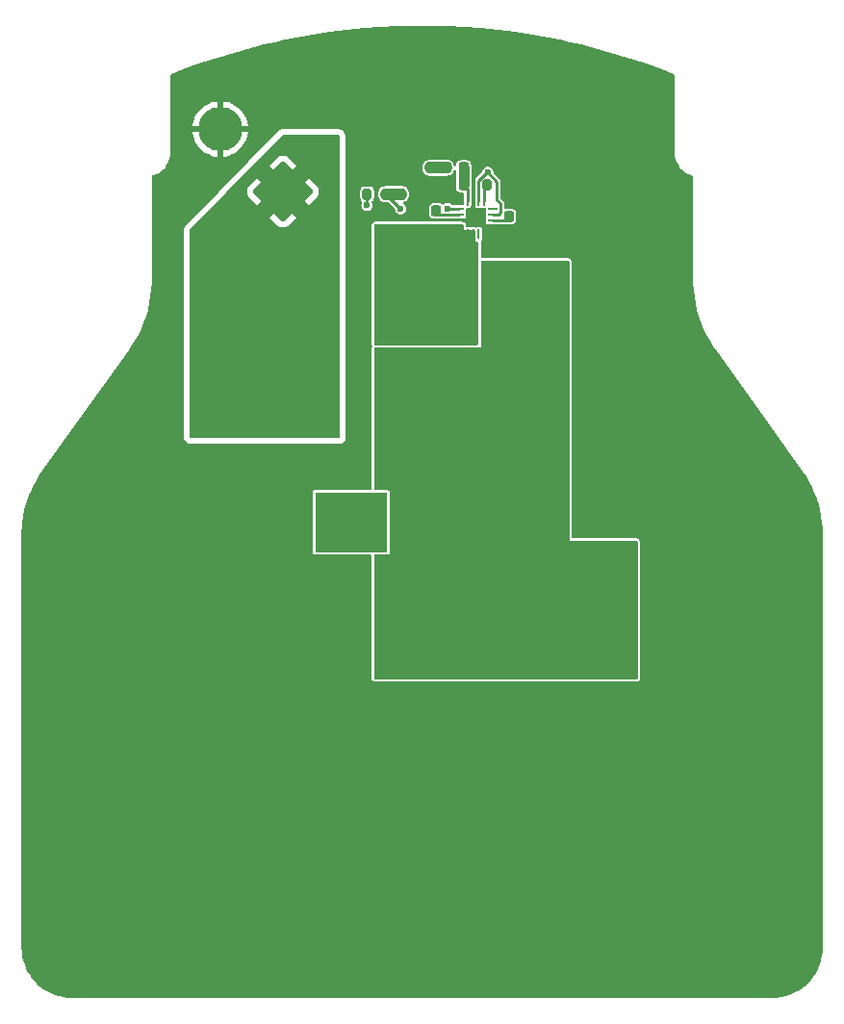
<source format=gtl>
G04 #@! TF.GenerationSoftware,KiCad,Pcbnew,8.0.1*
G04 #@! TF.CreationDate,2024-05-01T12:53:58+08:00*
G04 #@! TF.ProjectId,BatteryPod,42617474-6572-4795-906f-642e6b696361,rev?*
G04 #@! TF.SameCoordinates,Original*
G04 #@! TF.FileFunction,Copper,L1,Top*
G04 #@! TF.FilePolarity,Positive*
%FSLAX46Y46*%
G04 Gerber Fmt 4.6, Leading zero omitted, Abs format (unit mm)*
G04 Created by KiCad (PCBNEW 8.0.1) date 2024-05-01 12:53:58*
%MOMM*%
%LPD*%
G01*
G04 APERTURE LIST*
G04 Aperture macros list*
%AMRoundRect*
0 Rectangle with rounded corners*
0 $1 Rounding radius*
0 $2 $3 $4 $5 $6 $7 $8 $9 X,Y pos of 4 corners*
0 Add a 4 corners polygon primitive as box body*
4,1,4,$2,$3,$4,$5,$6,$7,$8,$9,$2,$3,0*
0 Add four circle primitives for the rounded corners*
1,1,$1+$1,$2,$3*
1,1,$1+$1,$4,$5*
1,1,$1+$1,$6,$7*
1,1,$1+$1,$8,$9*
0 Add four rect primitives between the rounded corners*
20,1,$1+$1,$2,$3,$4,$5,0*
20,1,$1+$1,$4,$5,$6,$7,0*
20,1,$1+$1,$6,$7,$8,$9,0*
20,1,$1+$1,$8,$9,$2,$3,0*%
G04 Aperture macros list end*
G04 #@! TA.AperFunction,SMDPad,CuDef*
%ADD10RoundRect,0.249998X-4.550002X3.650002X-4.550002X-3.650002X4.550002X-3.650002X4.550002X3.650002X0*%
G04 #@! TD*
G04 #@! TA.AperFunction,SMDPad,CuDef*
%ADD11R,0.812800X0.254000*%
G04 #@! TD*
G04 #@! TA.AperFunction,SMDPad,CuDef*
%ADD12R,0.254000X0.812800*%
G04 #@! TD*
G04 #@! TA.AperFunction,SMDPad,CuDef*
%ADD13R,1.752600X1.752600*%
G04 #@! TD*
G04 #@! TA.AperFunction,SMDPad,CuDef*
%ADD14R,5.334000X5.588000*%
G04 #@! TD*
G04 #@! TA.AperFunction,SMDPad,CuDef*
%ADD15R,6.350000X5.283200*%
G04 #@! TD*
G04 #@! TA.AperFunction,SMDPad,CuDef*
%ADD16RoundRect,0.250000X2.192031X1.272792X1.272792X2.192031X-2.192031X-1.272792X-1.272792X-2.192031X0*%
G04 #@! TD*
G04 #@! TA.AperFunction,SMDPad,CuDef*
%ADD17RoundRect,0.250000X-0.650000X-2.450000X0.650000X-2.450000X0.650000X2.450000X-0.650000X2.450000X0*%
G04 #@! TD*
G04 #@! TA.AperFunction,ComponentPad*
%ADD18C,3.900000*%
G04 #@! TD*
G04 #@! TA.AperFunction,ComponentPad*
%ADD19RoundRect,0.250002X2.404160X0.000000X0.000000X2.404160X-2.404160X0.000000X0.000000X-2.404160X0*%
G04 #@! TD*
G04 #@! TA.AperFunction,SMDPad,CuDef*
%ADD20RoundRect,0.200000X-0.200000X-0.275000X0.200000X-0.275000X0.200000X0.275000X-0.200000X0.275000X0*%
G04 #@! TD*
G04 #@! TA.AperFunction,SMDPad,CuDef*
%ADD21RoundRect,0.200000X0.200000X0.275000X-0.200000X0.275000X-0.200000X-0.275000X0.200000X-0.275000X0*%
G04 #@! TD*
G04 #@! TA.AperFunction,SMDPad,CuDef*
%ADD22RoundRect,0.225000X0.225000X0.250000X-0.225000X0.250000X-0.225000X-0.250000X0.225000X-0.250000X0*%
G04 #@! TD*
G04 #@! TA.AperFunction,SMDPad,CuDef*
%ADD23RoundRect,0.225000X-0.225000X-0.250000X0.225000X-0.250000X0.225000X0.250000X-0.225000X0.250000X0*%
G04 #@! TD*
G04 #@! TA.AperFunction,SMDPad,CuDef*
%ADD24RoundRect,0.250000X-1.000000X1.400000X-1.000000X-1.400000X1.000000X-1.400000X1.000000X1.400000X0*%
G04 #@! TD*
G04 #@! TA.AperFunction,ViaPad*
%ADD25C,0.600000*%
G04 #@! TD*
G04 #@! TA.AperFunction,Conductor*
%ADD26C,0.250000*%
G04 #@! TD*
G04 #@! TA.AperFunction,Conductor*
%ADD27C,1.000000*%
G04 #@! TD*
G04 #@! TA.AperFunction,Conductor*
%ADD28C,0.900000*%
G04 #@! TD*
G04 APERTURE END LIST*
D10*
X112200000Y-119450000D03*
X112200000Y-131950000D03*
D11*
X116450000Y-85026989D03*
X116450000Y-84526863D03*
X116450000Y-84026737D03*
X116450000Y-83526611D03*
D12*
X115726989Y-82803600D03*
X115226863Y-82803600D03*
X114726737Y-82803600D03*
X114226611Y-82803600D03*
D11*
X113503600Y-83526611D03*
X113503600Y-84026737D03*
X113503600Y-84526863D03*
X113503600Y-85026989D03*
D12*
X114226611Y-85750000D03*
X114726737Y-85750000D03*
X115226863Y-85750000D03*
X115726989Y-85750000D03*
D13*
X114976800Y-84276800D03*
D14*
X109215001Y-89000000D03*
X98785002Y-89000000D03*
D15*
X104000000Y-111075001D03*
D16*
X93303122Y-85203122D03*
X89696878Y-81596878D03*
D17*
X119400000Y-96100000D03*
X124500000Y-96100000D03*
D18*
X92484567Y-76484567D03*
D19*
X98000000Y-82000000D03*
D20*
X109325000Y-79900000D03*
X110975000Y-79900000D03*
D21*
X117625000Y-81400000D03*
X115975000Y-81400000D03*
D22*
X109950000Y-83675000D03*
X111500000Y-83675000D03*
X113900000Y-79900000D03*
X112350000Y-79900000D03*
X113900000Y-81400000D03*
X112350000Y-81400000D03*
D23*
X122725000Y-92400000D03*
X124275000Y-92400000D03*
D22*
X119425000Y-84200000D03*
X117875000Y-84200000D03*
D20*
X108400000Y-82200000D03*
X110050000Y-82200000D03*
X105400000Y-82200000D03*
X107050000Y-82200000D03*
D24*
X120450000Y-89800000D03*
X113650000Y-89800000D03*
D25*
X114900000Y-79500000D03*
X114900000Y-80400000D03*
X106300000Y-96000000D03*
X105400000Y-83200000D03*
X116000000Y-80300000D03*
X145000000Y-140000000D03*
X145000000Y-141000000D03*
X145000000Y-142000000D03*
X145000000Y-143000000D03*
X145000000Y-144000000D03*
X145000000Y-145000000D03*
X145000000Y-146000000D03*
X145000000Y-147000000D03*
X145000000Y-149000000D03*
X145000000Y-148000000D03*
X131000000Y-152000000D03*
X132000000Y-152000000D03*
X133000000Y-152000000D03*
X134000000Y-152000000D03*
X135000000Y-152000000D03*
X136000000Y-152000000D03*
X137000000Y-152000000D03*
X139000000Y-152000000D03*
X138000000Y-152000000D03*
X140000000Y-152000000D03*
X76000000Y-139000000D03*
X76000000Y-140000000D03*
X91000000Y-152000000D03*
X76000000Y-141000000D03*
X76000000Y-142000000D03*
X76000000Y-143000000D03*
X76000000Y-144000000D03*
X76000000Y-145000000D03*
X76000000Y-146000000D03*
X76000000Y-147000000D03*
X76000000Y-148000000D03*
X90000000Y-152000000D03*
X89000000Y-152000000D03*
X88000000Y-152000000D03*
X87000000Y-152000000D03*
X86000000Y-152000000D03*
X85000000Y-152000000D03*
X83000000Y-152000000D03*
X84000000Y-152000000D03*
X82000000Y-152000000D03*
X132000000Y-75000000D03*
X132000000Y-74000000D03*
X132000000Y-73000000D03*
X132000000Y-72000000D03*
X89000000Y-75000000D03*
X89000000Y-74000000D03*
X89000000Y-73000000D03*
X89000000Y-72000000D03*
X120000000Y-87000000D03*
X119000000Y-87000000D03*
X118000000Y-87000000D03*
X117000000Y-87000000D03*
X116000000Y-87000000D03*
X108350000Y-83500000D03*
X112500000Y-83474737D03*
X115500000Y-84800000D03*
X114450000Y-83750000D03*
X115500000Y-83750000D03*
X114450000Y-84800000D03*
X114976800Y-84276800D03*
D26*
X116000000Y-80300000D02*
X116800000Y-81100000D01*
X116800000Y-81100000D02*
X116800000Y-82700000D01*
X116800000Y-82700000D02*
X117173000Y-83073000D01*
X117173000Y-83827000D02*
X116973263Y-84026737D01*
X115955234Y-80300000D02*
X115226863Y-81028371D01*
X115226863Y-81028371D02*
X115226863Y-82803600D01*
X116000000Y-80300000D02*
X115955234Y-80300000D01*
X117173000Y-83073000D02*
X117173000Y-83827000D01*
X116973263Y-84026737D02*
X116450000Y-84026737D01*
D27*
X110975000Y-79900000D02*
X112350000Y-79900000D01*
D28*
X113900000Y-79900000D02*
X113900000Y-81400000D01*
D26*
X105400000Y-82200000D02*
X105400000Y-83200000D01*
D27*
X108400000Y-82200000D02*
X107050000Y-82200000D01*
D26*
X108350000Y-83500000D02*
X107050000Y-82200000D01*
X111500000Y-83675000D02*
X111500000Y-84026737D01*
X111500000Y-84026737D02*
X113503600Y-84026737D01*
X112500000Y-83474737D02*
X112551874Y-83526611D01*
X112551874Y-83526611D02*
X113503600Y-83526611D01*
X116450000Y-84526863D02*
X117548137Y-84526863D01*
X117548137Y-84526863D02*
X117875000Y-84200000D01*
X115726989Y-82803600D02*
X115726989Y-81648011D01*
X115726989Y-81648011D02*
X115975000Y-81400000D01*
X114226611Y-82803600D02*
X114226611Y-81726611D01*
X114226611Y-81726611D02*
X113900000Y-81400000D01*
G04 #@! TA.AperFunction,Conductor*
G36*
X111020432Y-67396261D02*
G01*
X112504640Y-67433453D01*
X112507698Y-67433569D01*
X113990499Y-67507931D01*
X113993551Y-67508122D01*
X115474045Y-67619609D01*
X115477131Y-67619880D01*
X116954388Y-67768423D01*
X116957404Y-67768764D01*
X118430437Y-67954262D01*
X118433449Y-67954679D01*
X119901474Y-68177036D01*
X119904429Y-68177521D01*
X121366341Y-68436570D01*
X121369392Y-68437150D01*
X122824394Y-68732747D01*
X122827306Y-68733377D01*
X124274463Y-69065336D01*
X124277361Y-69066038D01*
X125715758Y-69434148D01*
X125718707Y-69434942D01*
X127147398Y-69838961D01*
X127150308Y-69839824D01*
X128568369Y-70279487D01*
X128571318Y-70280441D01*
X129977980Y-70755512D01*
X129980827Y-70756514D01*
X131375143Y-71266673D01*
X131377972Y-71267748D01*
X132371011Y-71659563D01*
X132426147Y-71702479D01*
X132449329Y-71768391D01*
X132449500Y-71774909D01*
X132449500Y-78434108D01*
X132449500Y-78500000D01*
X132449500Y-78630081D01*
X132480859Y-78888347D01*
X132526803Y-79074750D01*
X132543121Y-79140955D01*
X132633995Y-79380568D01*
X132635375Y-79384206D01*
X132756278Y-79614569D01*
X132756281Y-79614574D01*
X132756282Y-79614575D01*
X132883927Y-79799500D01*
X132904068Y-79828678D01*
X133076587Y-80023413D01*
X133271322Y-80195932D01*
X133485431Y-80343722D01*
X133715794Y-80464625D01*
X133959050Y-80556880D01*
X134005174Y-80568248D01*
X134065555Y-80603404D01*
X134097344Y-80665623D01*
X134099500Y-80688645D01*
X134099500Y-89825455D01*
X134099521Y-89825797D01*
X134099541Y-90047423D01*
X134132789Y-90637598D01*
X134199180Y-91224964D01*
X134298503Y-91807655D01*
X134298512Y-91807698D01*
X134430452Y-92383871D01*
X134594594Y-92951716D01*
X134594597Y-92951724D01*
X134751397Y-93398299D01*
X134790427Y-93509456D01*
X134946862Y-93885794D01*
X135017316Y-94055286D01*
X135274548Y-94587487D01*
X135274560Y-94587510D01*
X135561305Y-95104372D01*
X135561311Y-95104382D01*
X135876694Y-95604326D01*
X135914981Y-95658073D01*
X136005620Y-95785311D01*
X136005688Y-95785419D01*
X139396191Y-100544020D01*
X143720423Y-106613118D01*
X143720424Y-106613119D01*
X143720423Y-106613119D01*
X143735547Y-106634344D01*
X143737534Y-106637216D01*
X144032452Y-107076805D01*
X144036175Y-107082706D01*
X144304996Y-107536661D01*
X144308381Y-107542763D01*
X144551236Y-108011112D01*
X144554272Y-108017394D01*
X144770402Y-108498665D01*
X144773077Y-108505102D01*
X144961793Y-108997768D01*
X144964097Y-109004329D01*
X145008397Y-109142850D01*
X145124803Y-109506834D01*
X145126741Y-109513537D01*
X145258930Y-110024295D01*
X145260487Y-110031097D01*
X145363728Y-110548443D01*
X145364901Y-110555321D01*
X145438886Y-111077700D01*
X145439669Y-111084634D01*
X145484149Y-111610300D01*
X145484542Y-111617266D01*
X145499451Y-112146997D01*
X145499500Y-112150486D01*
X145499500Y-148447293D01*
X145499382Y-148452702D01*
X145482614Y-148836750D01*
X145481671Y-148847526D01*
X145431849Y-149225957D01*
X145429971Y-149236610D01*
X145347354Y-149609272D01*
X145344554Y-149619721D01*
X145229775Y-149983755D01*
X145226075Y-149993921D01*
X145080002Y-150346572D01*
X145075430Y-150356376D01*
X144899183Y-150694942D01*
X144893775Y-150704310D01*
X144688681Y-151026244D01*
X144682476Y-151035105D01*
X144450110Y-151337930D01*
X144443156Y-151346217D01*
X144185284Y-151627635D01*
X144177635Y-151635284D01*
X143896217Y-151893156D01*
X143887930Y-151900110D01*
X143585105Y-152132476D01*
X143576244Y-152138681D01*
X143254310Y-152343775D01*
X143244942Y-152349183D01*
X142906376Y-152525430D01*
X142896572Y-152530002D01*
X142543921Y-152676075D01*
X142533755Y-152679775D01*
X142169721Y-152794554D01*
X142159272Y-152797354D01*
X141786610Y-152879971D01*
X141775957Y-152881849D01*
X141397526Y-152931671D01*
X141386750Y-152932614D01*
X141002703Y-152949382D01*
X140997294Y-152949500D01*
X79502706Y-152949500D01*
X79497297Y-152949382D01*
X79113249Y-152932614D01*
X79102473Y-152931671D01*
X78724042Y-152881849D01*
X78713389Y-152879971D01*
X78340727Y-152797354D01*
X78330278Y-152794554D01*
X77966244Y-152679775D01*
X77956078Y-152676075D01*
X77603427Y-152530002D01*
X77593623Y-152525430D01*
X77255057Y-152349183D01*
X77245689Y-152343775D01*
X76923755Y-152138681D01*
X76914894Y-152132476D01*
X76612069Y-151900110D01*
X76603782Y-151893156D01*
X76322364Y-151635284D01*
X76314715Y-151627635D01*
X76056843Y-151346217D01*
X76049889Y-151337930D01*
X75817523Y-151035105D01*
X75811318Y-151026244D01*
X75606224Y-150704310D01*
X75600816Y-150694942D01*
X75424569Y-150356376D01*
X75419997Y-150346572D01*
X75273924Y-149993921D01*
X75270224Y-149983755D01*
X75155442Y-149619710D01*
X75152648Y-149609284D01*
X75070025Y-149236597D01*
X75068152Y-149225971D01*
X75018326Y-148847506D01*
X75017386Y-148836771D01*
X75000618Y-148452702D01*
X75000500Y-148447293D01*
X75000500Y-113736353D01*
X100624500Y-113736353D01*
X100636131Y-113794830D01*
X100636132Y-113794831D01*
X100680447Y-113861153D01*
X100746769Y-113905468D01*
X100746770Y-113905469D01*
X100805247Y-113917100D01*
X100805250Y-113917101D01*
X100805252Y-113917101D01*
X105670500Y-113917101D01*
X105737539Y-113936786D01*
X105783294Y-113989590D01*
X105794500Y-114041101D01*
X105794500Y-124776007D01*
X105799197Y-124819686D01*
X105810397Y-124871174D01*
X105812890Y-124881372D01*
X105812891Y-124881375D01*
X105855899Y-124962083D01*
X105855901Y-124962086D01*
X105901660Y-125014895D01*
X105919242Y-125032839D01*
X105919246Y-125032843D01*
X105919247Y-125032844D01*
X105919249Y-125032845D01*
X105999059Y-125077488D01*
X105999063Y-125077490D01*
X106066102Y-125097175D01*
X106124000Y-125105500D01*
X106124004Y-125105500D01*
X129075991Y-125105500D01*
X129076000Y-125105500D01*
X129119684Y-125100803D01*
X129148875Y-125094452D01*
X129171174Y-125089602D01*
X129171190Y-125089598D01*
X129171195Y-125089597D01*
X129181373Y-125087110D01*
X129262085Y-125044100D01*
X129314889Y-124998345D01*
X129332843Y-124980754D01*
X129377490Y-124900937D01*
X129397175Y-124833898D01*
X129405500Y-124776000D01*
X129405500Y-112824000D01*
X129400803Y-112780316D01*
X129396897Y-112762364D01*
X129389602Y-112728825D01*
X129389348Y-112727789D01*
X129387110Y-112718627D01*
X129344100Y-112637915D01*
X129298345Y-112585111D01*
X129298339Y-112585104D01*
X129280757Y-112567160D01*
X129280756Y-112567159D01*
X129280754Y-112567157D01*
X129280752Y-112567156D01*
X129280750Y-112567154D01*
X129200940Y-112522511D01*
X129200935Y-112522509D01*
X129133903Y-112502826D01*
X129133899Y-112502825D01*
X129133898Y-112502825D01*
X129076000Y-112494500D01*
X129075996Y-112494500D01*
X123529500Y-112494500D01*
X123462461Y-112474815D01*
X123416706Y-112422011D01*
X123405500Y-112370500D01*
X123405500Y-88174008D01*
X123405499Y-88173992D01*
X123400803Y-88130316D01*
X123396897Y-88112364D01*
X123389602Y-88078825D01*
X123389348Y-88077789D01*
X123387110Y-88068627D01*
X123344100Y-87987915D01*
X123298345Y-87935111D01*
X123298339Y-87935104D01*
X123280757Y-87917160D01*
X123280756Y-87917159D01*
X123280754Y-87917157D01*
X123280752Y-87917156D01*
X123280750Y-87917154D01*
X123200940Y-87872511D01*
X123200935Y-87872509D01*
X123133903Y-87852826D01*
X123133899Y-87852825D01*
X123133898Y-87852825D01*
X123076000Y-87844500D01*
X115574000Y-87844500D01*
X115542753Y-87847859D01*
X115473995Y-87835454D01*
X115422858Y-87787843D01*
X115405500Y-87724570D01*
X115405500Y-86480908D01*
X115405500Y-86480900D01*
X115401702Y-86445582D01*
X115414106Y-86376825D01*
X115456099Y-86329226D01*
X115498415Y-86300952D01*
X115542730Y-86234631D01*
X115542730Y-86234629D01*
X115542731Y-86234629D01*
X115554362Y-86176152D01*
X115554363Y-86176150D01*
X115554363Y-85323849D01*
X115554362Y-85323847D01*
X115542731Y-85265370D01*
X115542730Y-85265369D01*
X115498415Y-85199047D01*
X115432093Y-85154732D01*
X115432092Y-85154731D01*
X115373615Y-85143100D01*
X115373611Y-85143100D01*
X115080115Y-85143100D01*
X115080110Y-85143100D01*
X115009653Y-85157115D01*
X115009283Y-85155256D01*
X114954784Y-85161116D01*
X114935298Y-85155394D01*
X114873489Y-85143100D01*
X114873485Y-85143100D01*
X114579989Y-85143100D01*
X114579988Y-85143100D01*
X114566832Y-85145717D01*
X114542640Y-85148100D01*
X114410708Y-85148100D01*
X114386516Y-85145717D01*
X114373360Y-85143100D01*
X114373359Y-85143100D01*
X114234500Y-85143100D01*
X114167461Y-85123415D01*
X114121706Y-85070611D01*
X114110500Y-85019100D01*
X114110500Y-84880238D01*
X114110499Y-84880236D01*
X114098868Y-84821759D01*
X114098867Y-84821758D01*
X114054552Y-84755436D01*
X113988232Y-84711122D01*
X113975536Y-84708596D01*
X113967006Y-84706899D01*
X113930668Y-84693503D01*
X113900937Y-84676873D01*
X113869530Y-84667651D01*
X113833903Y-84657189D01*
X113833899Y-84657188D01*
X113833898Y-84657188D01*
X113776000Y-84648863D01*
X113775996Y-84648863D01*
X113103296Y-84648863D01*
X113089153Y-84647993D01*
X113089151Y-84648020D01*
X113088442Y-84647950D01*
X113088113Y-84647930D01*
X113087622Y-84647869D01*
X113063458Y-84645490D01*
X113063447Y-84645489D01*
X113061767Y-84645406D01*
X113043306Y-84644500D01*
X106124000Y-84644500D01*
X106123992Y-84644500D01*
X106080313Y-84649197D01*
X106028825Y-84660397D01*
X106018627Y-84662890D01*
X106018624Y-84662891D01*
X105937916Y-84705899D01*
X105937913Y-84705901D01*
X105885104Y-84751660D01*
X105867160Y-84769242D01*
X105867154Y-84769249D01*
X105822511Y-84849059D01*
X105822509Y-84849064D01*
X105802826Y-84916096D01*
X105802825Y-84916101D01*
X105802825Y-84916102D01*
X105795375Y-84967920D01*
X105794500Y-84974003D01*
X105794500Y-95370507D01*
X105799197Y-95414186D01*
X105810397Y-95465674D01*
X105812890Y-95475872D01*
X105812892Y-95475879D01*
X105846649Y-95539226D01*
X105860804Y-95607647D01*
X105845438Y-95658073D01*
X105822511Y-95699062D01*
X105822509Y-95699064D01*
X105802826Y-95766096D01*
X105802825Y-95766101D01*
X105802825Y-95766102D01*
X105800048Y-95785419D01*
X105794500Y-95824003D01*
X105794500Y-95990111D01*
X105794352Y-95992179D01*
X105794353Y-96007848D01*
X105794500Y-96009891D01*
X105794500Y-108108901D01*
X105774815Y-108175940D01*
X105722011Y-108221695D01*
X105670500Y-108232901D01*
X100805247Y-108232901D01*
X100746770Y-108244532D01*
X100746769Y-108244533D01*
X100680447Y-108288848D01*
X100636132Y-108355170D01*
X100636131Y-108355171D01*
X100624500Y-108413648D01*
X100624500Y-113736353D01*
X75000500Y-113736353D01*
X75000500Y-112161303D01*
X75000549Y-112157803D01*
X75009169Y-111852574D01*
X75015543Y-111626878D01*
X75015936Y-111619933D01*
X75060719Y-111092468D01*
X75061498Y-111085595D01*
X75135992Y-110561401D01*
X75137154Y-110554613D01*
X75241100Y-110035528D01*
X75242666Y-110028718D01*
X75255468Y-109979421D01*
X75375733Y-109516359D01*
X75377665Y-109509696D01*
X75539452Y-109005617D01*
X75541758Y-108999072D01*
X75731722Y-108504960D01*
X75734417Y-108498504D01*
X75783083Y-108390544D01*
X75951949Y-108015935D01*
X75955001Y-108009645D01*
X76199443Y-107540079D01*
X76202812Y-107534031D01*
X76473368Y-107079005D01*
X76477077Y-107073149D01*
X76773904Y-106632600D01*
X76775842Y-106629810D01*
X76813182Y-106577632D01*
X76813182Y-106577630D01*
X78961187Y-103576000D01*
X89294500Y-103576000D01*
X89294501Y-103576009D01*
X89306052Y-103683450D01*
X89306054Y-103683462D01*
X89317260Y-103734972D01*
X89351383Y-103837497D01*
X89351386Y-103837503D01*
X89429171Y-103958537D01*
X89429179Y-103958548D01*
X89474923Y-104011340D01*
X89474926Y-104011343D01*
X89474930Y-104011347D01*
X89583664Y-104105567D01*
X89583667Y-104105568D01*
X89583668Y-104105569D01*
X89677925Y-104148616D01*
X89714541Y-104165338D01*
X89781580Y-104185023D01*
X89781584Y-104185024D01*
X89924000Y-104205500D01*
X89924003Y-104205500D01*
X102875990Y-104205500D01*
X102876000Y-104205500D01*
X102983456Y-104193947D01*
X103034967Y-104182741D01*
X103069197Y-104171347D01*
X103137497Y-104148616D01*
X103137501Y-104148613D01*
X103137504Y-104148613D01*
X103258543Y-104070825D01*
X103311347Y-104025070D01*
X103405567Y-103916336D01*
X103465338Y-103785459D01*
X103485023Y-103718420D01*
X103485024Y-103718416D01*
X103505500Y-103576000D01*
X103505500Y-82506517D01*
X104799500Y-82506517D01*
X104803508Y-82531822D01*
X104814354Y-82600304D01*
X104871950Y-82713342D01*
X104948423Y-82789815D01*
X104981907Y-82851136D01*
X104976923Y-82920828D01*
X104973536Y-82929006D01*
X104914834Y-83057545D01*
X104894353Y-83200000D01*
X104914834Y-83342456D01*
X104951027Y-83421706D01*
X104974623Y-83473373D01*
X105068872Y-83582143D01*
X105189947Y-83659953D01*
X105189950Y-83659954D01*
X105189949Y-83659954D01*
X105297107Y-83691417D01*
X105315349Y-83696774D01*
X105328036Y-83700499D01*
X105328038Y-83700500D01*
X105328039Y-83700500D01*
X105471962Y-83700500D01*
X105471962Y-83700499D01*
X105610053Y-83659953D01*
X105731128Y-83582143D01*
X105825377Y-83473373D01*
X105885165Y-83342457D01*
X105905647Y-83200000D01*
X105885165Y-83057543D01*
X105865637Y-83014784D01*
X105826464Y-82929007D01*
X105816520Y-82859848D01*
X105845545Y-82796293D01*
X105851564Y-82789827D01*
X105928050Y-82713342D01*
X105985646Y-82600304D01*
X105985646Y-82600302D01*
X105985647Y-82600301D01*
X106000499Y-82506524D01*
X106000500Y-82506519D01*
X106000500Y-82268995D01*
X106349499Y-82268995D01*
X106376418Y-82404322D01*
X106376421Y-82404332D01*
X106429221Y-82531804D01*
X106429231Y-82531822D01*
X106445934Y-82556820D01*
X106459552Y-82591605D01*
X106461339Y-82591025D01*
X106464352Y-82600301D01*
X106464959Y-82601492D01*
X106521950Y-82713342D01*
X106521952Y-82713344D01*
X106521954Y-82713347D01*
X106611652Y-82803045D01*
X106611654Y-82803046D01*
X106611658Y-82803050D01*
X106706032Y-82851136D01*
X106724698Y-82860647D01*
X106818475Y-82875499D01*
X106818481Y-82875500D01*
X106843111Y-82875499D01*
X106867302Y-82877881D01*
X106933144Y-82890979D01*
X106981006Y-82900500D01*
X106981007Y-82900500D01*
X107238811Y-82900500D01*
X107305850Y-82920185D01*
X107326492Y-82936819D01*
X107808034Y-83418361D01*
X107841519Y-83479684D01*
X107842764Y-83491268D01*
X107843091Y-83491222D01*
X107864834Y-83642456D01*
X107905656Y-83731842D01*
X107924623Y-83773373D01*
X108018872Y-83882143D01*
X108139947Y-83959953D01*
X108139950Y-83959954D01*
X108139949Y-83959954D01*
X108278036Y-84000499D01*
X108278038Y-84000500D01*
X108278039Y-84000500D01*
X108421962Y-84000500D01*
X108421962Y-84000499D01*
X108560053Y-83959953D01*
X108681128Y-83882143D01*
X108775377Y-83773373D01*
X108835165Y-83642457D01*
X108855647Y-83500000D01*
X108835165Y-83357543D01*
X108775377Y-83226627D01*
X108681128Y-83117857D01*
X108679944Y-83117096D01*
X108642463Y-83093008D01*
X108596708Y-83040204D01*
X108586765Y-82971045D01*
X108615790Y-82907490D01*
X108674569Y-82869716D01*
X108690095Y-82866221D01*
X108725304Y-82860646D01*
X108838342Y-82803050D01*
X108928050Y-82713342D01*
X108985646Y-82600304D01*
X108985646Y-82600297D01*
X108988660Y-82591026D01*
X108990453Y-82591608D01*
X109004067Y-82556815D01*
X109020775Y-82531811D01*
X109073580Y-82404328D01*
X109100500Y-82268993D01*
X109100500Y-82131007D01*
X109100500Y-82131004D01*
X109073581Y-81995677D01*
X109073580Y-81995676D01*
X109073580Y-81995672D01*
X109051304Y-81941892D01*
X109020777Y-81868193D01*
X109020776Y-81868191D01*
X109020775Y-81868189D01*
X109004064Y-81843180D01*
X108990449Y-81808392D01*
X108988660Y-81808974D01*
X108985644Y-81799691D01*
X108951351Y-81732389D01*
X108928050Y-81686658D01*
X108928047Y-81686655D01*
X108928045Y-81686652D01*
X108838347Y-81596954D01*
X108838344Y-81596952D01*
X108838342Y-81596950D01*
X108761517Y-81557805D01*
X108725301Y-81539352D01*
X108631524Y-81524500D01*
X108631519Y-81524500D01*
X108606886Y-81524500D01*
X108582695Y-81522117D01*
X108545003Y-81514619D01*
X108468995Y-81499500D01*
X108468993Y-81499500D01*
X106981007Y-81499500D01*
X106936460Y-81508360D01*
X106867293Y-81522118D01*
X106843107Y-81524500D01*
X106818487Y-81524500D01*
X106765223Y-81532935D01*
X106724696Y-81539354D01*
X106611658Y-81596950D01*
X106611657Y-81596951D01*
X106611652Y-81596954D01*
X106521954Y-81686652D01*
X106521951Y-81686657D01*
X106521950Y-81686658D01*
X106498649Y-81732389D01*
X106464354Y-81799696D01*
X106461339Y-81808976D01*
X106459552Y-81808395D01*
X106445937Y-81843176D01*
X106429228Y-81868184D01*
X106429223Y-81868192D01*
X106376420Y-81995671D01*
X106376418Y-81995677D01*
X106349500Y-82131004D01*
X106349500Y-82131007D01*
X106349500Y-82268993D01*
X106349500Y-82268995D01*
X106349499Y-82268995D01*
X106000500Y-82268995D01*
X106000499Y-81893482D01*
X105985646Y-81799696D01*
X105928050Y-81686658D01*
X105928046Y-81686654D01*
X105928045Y-81686652D01*
X105838347Y-81596954D01*
X105838344Y-81596952D01*
X105838342Y-81596950D01*
X105761517Y-81557805D01*
X105725301Y-81539352D01*
X105631524Y-81524500D01*
X105168482Y-81524500D01*
X105087519Y-81537323D01*
X105074696Y-81539354D01*
X104961658Y-81596950D01*
X104961657Y-81596951D01*
X104961652Y-81596954D01*
X104871954Y-81686652D01*
X104871951Y-81686657D01*
X104871950Y-81686658D01*
X104852751Y-81724337D01*
X104814352Y-81799698D01*
X104799500Y-81893475D01*
X104799500Y-82506517D01*
X103505500Y-82506517D01*
X103505500Y-79968995D01*
X110274499Y-79968995D01*
X110301418Y-80104322D01*
X110301421Y-80104332D01*
X110354221Y-80231804D01*
X110354231Y-80231822D01*
X110370934Y-80256820D01*
X110384552Y-80291605D01*
X110386339Y-80291025D01*
X110389352Y-80300301D01*
X110401097Y-80323351D01*
X110446950Y-80413342D01*
X110446952Y-80413344D01*
X110446954Y-80413347D01*
X110536652Y-80503045D01*
X110536654Y-80503046D01*
X110536658Y-80503050D01*
X110642301Y-80556878D01*
X110649698Y-80560647D01*
X110743475Y-80575499D01*
X110743481Y-80575500D01*
X110768111Y-80575499D01*
X110792302Y-80577881D01*
X110858144Y-80590979D01*
X110906006Y-80600500D01*
X110906007Y-80600500D01*
X112418995Y-80600500D01*
X112497505Y-80584882D01*
X112532696Y-80577882D01*
X112556887Y-80575500D01*
X112608493Y-80575500D01*
X112708121Y-80559720D01*
X112708121Y-80559719D01*
X112708126Y-80559719D01*
X112828220Y-80498528D01*
X112923528Y-80403220D01*
X112984719Y-80283126D01*
X112985303Y-80279439D01*
X113000500Y-80183491D01*
X113000882Y-80178638D01*
X113001695Y-80178701D01*
X113009932Y-80137276D01*
X113010935Y-80134855D01*
X113054768Y-80080450D01*
X113121060Y-80058378D01*
X113188761Y-80075649D01*
X113236378Y-80126781D01*
X113249500Y-80182298D01*
X113249500Y-81683493D01*
X113265279Y-81783121D01*
X113265280Y-81783124D01*
X113265281Y-81783126D01*
X113326472Y-81903220D01*
X113326473Y-81903221D01*
X113326476Y-81903225D01*
X113421774Y-81998523D01*
X113421778Y-81998526D01*
X113421780Y-81998528D01*
X113541874Y-82059719D01*
X113541876Y-82059719D01*
X113541878Y-82059720D01*
X113641507Y-82075500D01*
X113641512Y-82075500D01*
X113777111Y-82075500D01*
X113844150Y-82095185D01*
X113889905Y-82147989D01*
X113901111Y-82199500D01*
X113901111Y-82355183D01*
X113899516Y-82371370D01*
X113899708Y-82371389D01*
X113899111Y-82377451D01*
X113899111Y-83075111D01*
X113879426Y-83142150D01*
X113826622Y-83187905D01*
X113775111Y-83199111D01*
X113077451Y-83199111D01*
X113071389Y-83199708D01*
X113071370Y-83199516D01*
X113055183Y-83201111D01*
X112981787Y-83201111D01*
X112914748Y-83181426D01*
X112888074Y-83158314D01*
X112860613Y-83126622D01*
X112831128Y-83092594D01*
X112710053Y-83014784D01*
X112710051Y-83014783D01*
X112710049Y-83014782D01*
X112710050Y-83014782D01*
X112571963Y-82974237D01*
X112571961Y-82974237D01*
X112428039Y-82974237D01*
X112428036Y-82974237D01*
X112289949Y-83014782D01*
X112168872Y-83092594D01*
X112162616Y-83098015D01*
X112099060Y-83127040D01*
X112029901Y-83117096D01*
X111993732Y-83091983D01*
X111978225Y-83076476D01*
X111978221Y-83076473D01*
X111978220Y-83076472D01*
X111858126Y-83015281D01*
X111858124Y-83015280D01*
X111858121Y-83015279D01*
X111758493Y-82999500D01*
X111758488Y-82999500D01*
X111241512Y-82999500D01*
X111241507Y-82999500D01*
X111141878Y-83015279D01*
X111021778Y-83076473D01*
X111021774Y-83076476D01*
X110926476Y-83171774D01*
X110926473Y-83171778D01*
X110865279Y-83291878D01*
X110849500Y-83391506D01*
X110849500Y-83958493D01*
X110865279Y-84058121D01*
X110865280Y-84058124D01*
X110865281Y-84058126D01*
X110926472Y-84178220D01*
X110926473Y-84178221D01*
X110926476Y-84178225D01*
X111021774Y-84273523D01*
X111021778Y-84273526D01*
X111021780Y-84273528D01*
X111141874Y-84334719D01*
X111141876Y-84334719D01*
X111141878Y-84334720D01*
X111241507Y-84350500D01*
X111241512Y-84350500D01*
X111435823Y-84350500D01*
X111452004Y-84351560D01*
X111457146Y-84352236D01*
X111457147Y-84352237D01*
X113055183Y-84352237D01*
X113071370Y-84353831D01*
X113071389Y-84353640D01*
X113077451Y-84354237D01*
X113077452Y-84354237D01*
X113929750Y-84354237D01*
X113929751Y-84354236D01*
X113948535Y-84350500D01*
X113988229Y-84342605D01*
X113988229Y-84342604D01*
X113988231Y-84342604D01*
X114054552Y-84298289D01*
X114098867Y-84231968D01*
X114098867Y-84231966D01*
X114098868Y-84231966D01*
X114110499Y-84173489D01*
X114110500Y-84173487D01*
X114110500Y-83879986D01*
X114110499Y-83879984D01*
X114096485Y-83809527D01*
X114098343Y-83809157D01*
X114092484Y-83754658D01*
X114098205Y-83735172D01*
X114110499Y-83673363D01*
X114110500Y-83673361D01*
X114110500Y-83534500D01*
X114130185Y-83467461D01*
X114182989Y-83421706D01*
X114234500Y-83410500D01*
X114373361Y-83410500D01*
X114373362Y-83410499D01*
X114388179Y-83407552D01*
X114431840Y-83398868D01*
X114431840Y-83398867D01*
X114431842Y-83398867D01*
X114498163Y-83354552D01*
X114542478Y-83288231D01*
X114542478Y-83288229D01*
X114542479Y-83288229D01*
X114554110Y-83229752D01*
X114899363Y-83229752D01*
X114910994Y-83288229D01*
X114910995Y-83288230D01*
X114955310Y-83354552D01*
X115021632Y-83398867D01*
X115021633Y-83398868D01*
X115080110Y-83410499D01*
X115080113Y-83410500D01*
X115080115Y-83410500D01*
X115373613Y-83410500D01*
X115373614Y-83410499D01*
X115388348Y-83407568D01*
X115444073Y-83396485D01*
X115444442Y-83398343D01*
X115498942Y-83392484D01*
X115518427Y-83398205D01*
X115580236Y-83410499D01*
X115580239Y-83410500D01*
X115580241Y-83410500D01*
X115719100Y-83410500D01*
X115786139Y-83430185D01*
X115831894Y-83482989D01*
X115843100Y-83534500D01*
X115843100Y-83673363D01*
X115857115Y-83743821D01*
X115855256Y-83744190D01*
X115861116Y-83798690D01*
X115855394Y-83818175D01*
X115843100Y-83879984D01*
X115843100Y-84173489D01*
X115857115Y-84243947D01*
X115855256Y-84244316D01*
X115861116Y-84298816D01*
X115855394Y-84318301D01*
X115843100Y-84380110D01*
X115843100Y-84673615D01*
X115854731Y-84732092D01*
X115854732Y-84732093D01*
X115899047Y-84798415D01*
X115965369Y-84842730D01*
X115965370Y-84842731D01*
X116023847Y-84854362D01*
X116023850Y-84854363D01*
X116023852Y-84854363D01*
X116876149Y-84854363D01*
X116882211Y-84853766D01*
X116882229Y-84853957D01*
X116898417Y-84852363D01*
X117474596Y-84852363D01*
X117512920Y-84858434D01*
X117516872Y-84859718D01*
X117516874Y-84859719D01*
X117516875Y-84859719D01*
X117516878Y-84859720D01*
X117616507Y-84875500D01*
X117616512Y-84875500D01*
X118133493Y-84875500D01*
X118233121Y-84859720D01*
X118233121Y-84859719D01*
X118233126Y-84859719D01*
X118353220Y-84798528D01*
X118448528Y-84703220D01*
X118509719Y-84583126D01*
X118509720Y-84583121D01*
X118525500Y-84483493D01*
X118525500Y-83916506D01*
X118509720Y-83816878D01*
X118509719Y-83816876D01*
X118509719Y-83816874D01*
X118448528Y-83696780D01*
X118448526Y-83696778D01*
X118448523Y-83696774D01*
X118353225Y-83601476D01*
X118353221Y-83601473D01*
X118353220Y-83601472D01*
X118233126Y-83540281D01*
X118233124Y-83540280D01*
X118233121Y-83540279D01*
X118133493Y-83524500D01*
X118133488Y-83524500D01*
X117622500Y-83524500D01*
X117555461Y-83504815D01*
X117509706Y-83452011D01*
X117498500Y-83400500D01*
X117498500Y-83125855D01*
X117498501Y-83125842D01*
X117498501Y-83030148D01*
X117498501Y-83030147D01*
X117476318Y-82947362D01*
X117448894Y-82899862D01*
X117433465Y-82873138D01*
X117372862Y-82812535D01*
X117372861Y-82812534D01*
X117368531Y-82808204D01*
X117368531Y-82808203D01*
X117368521Y-82808194D01*
X117161819Y-82601492D01*
X117128334Y-82540169D01*
X117125500Y-82513811D01*
X117125500Y-81057149D01*
X117125500Y-81057147D01*
X117103318Y-80974362D01*
X117103318Y-80974361D01*
X117060465Y-80900138D01*
X116541966Y-80381639D01*
X116508481Y-80320316D01*
X116507235Y-80308732D01*
X116506909Y-80308779D01*
X116504356Y-80291025D01*
X116485165Y-80157543D01*
X116425377Y-80026627D01*
X116331128Y-79917857D01*
X116210053Y-79840047D01*
X116210051Y-79840046D01*
X116210049Y-79840045D01*
X116210050Y-79840045D01*
X116071963Y-79799500D01*
X116071961Y-79799500D01*
X115928039Y-79799500D01*
X115928036Y-79799500D01*
X115789949Y-79840045D01*
X115668873Y-79917856D01*
X115574623Y-80026626D01*
X115574622Y-80026628D01*
X115514834Y-80157543D01*
X115500133Y-80259795D01*
X115471108Y-80323351D01*
X115465076Y-80329829D01*
X114966400Y-80828506D01*
X114966396Y-80828512D01*
X114923544Y-80902732D01*
X114923545Y-80902733D01*
X114901363Y-80985518D01*
X114901363Y-82355183D01*
X114899768Y-82371370D01*
X114899960Y-82371389D01*
X114899363Y-82377451D01*
X114899363Y-83229752D01*
X114554110Y-83229752D01*
X114554111Y-83229750D01*
X114554111Y-82377451D01*
X114553514Y-82371389D01*
X114553705Y-82371370D01*
X114552111Y-82355183D01*
X114552111Y-81779466D01*
X114552112Y-81779453D01*
X114552112Y-81683759D01*
X114551561Y-81679575D01*
X114550500Y-81663388D01*
X114550500Y-79616506D01*
X114534720Y-79516878D01*
X114534719Y-79516876D01*
X114534719Y-79516874D01*
X114473528Y-79396780D01*
X114473526Y-79396778D01*
X114473523Y-79396774D01*
X114378225Y-79301476D01*
X114378221Y-79301473D01*
X114378220Y-79301472D01*
X114258126Y-79240281D01*
X114258124Y-79240280D01*
X114258121Y-79240279D01*
X114158493Y-79224500D01*
X114158488Y-79224500D01*
X113641512Y-79224500D01*
X113641507Y-79224500D01*
X113541878Y-79240279D01*
X113421778Y-79301473D01*
X113421774Y-79301476D01*
X113326476Y-79396774D01*
X113326473Y-79396778D01*
X113265279Y-79516878D01*
X113249500Y-79616506D01*
X113249500Y-79617701D01*
X113249371Y-79618138D01*
X113249118Y-79621362D01*
X113248440Y-79621308D01*
X113229815Y-79684740D01*
X113177011Y-79730495D01*
X113107853Y-79740439D01*
X113044297Y-79711414D01*
X113010940Y-79665157D01*
X113009939Y-79662740D01*
X113001695Y-79621298D01*
X113000882Y-79621362D01*
X113000500Y-79616508D01*
X112984720Y-79516878D01*
X112984719Y-79516876D01*
X112984719Y-79516874D01*
X112923528Y-79396780D01*
X112923526Y-79396778D01*
X112923523Y-79396774D01*
X112828225Y-79301476D01*
X112828221Y-79301473D01*
X112828220Y-79301472D01*
X112708126Y-79240281D01*
X112708124Y-79240280D01*
X112708121Y-79240279D01*
X112608493Y-79224500D01*
X112608488Y-79224500D01*
X112556887Y-79224500D01*
X112532696Y-79222117D01*
X112497505Y-79215117D01*
X112418995Y-79199500D01*
X112418993Y-79199500D01*
X110906007Y-79199500D01*
X110861460Y-79208360D01*
X110792293Y-79222118D01*
X110768107Y-79224500D01*
X110743487Y-79224500D01*
X110690223Y-79232935D01*
X110649696Y-79239354D01*
X110536658Y-79296950D01*
X110536657Y-79296951D01*
X110536652Y-79296954D01*
X110446954Y-79386652D01*
X110446951Y-79386657D01*
X110389354Y-79499696D01*
X110386339Y-79508976D01*
X110384552Y-79508395D01*
X110370937Y-79543176D01*
X110354228Y-79568184D01*
X110354223Y-79568192D01*
X110301420Y-79695671D01*
X110301418Y-79695677D01*
X110274500Y-79831004D01*
X110274500Y-79831007D01*
X110274500Y-79968993D01*
X110274500Y-79968995D01*
X110274499Y-79968995D01*
X103505500Y-79968995D01*
X103505500Y-77124000D01*
X103493947Y-77016544D01*
X103482741Y-76965033D01*
X103482637Y-76964722D01*
X103448616Y-76862502D01*
X103448613Y-76862496D01*
X103403460Y-76792238D01*
X103370825Y-76741457D01*
X103364855Y-76734567D01*
X103325076Y-76688659D01*
X103325072Y-76688656D01*
X103325070Y-76688653D01*
X103216336Y-76594433D01*
X103216333Y-76594431D01*
X103216331Y-76594430D01*
X103085465Y-76534664D01*
X103085460Y-76534662D01*
X103085459Y-76534662D01*
X103018420Y-76514977D01*
X103018422Y-76514977D01*
X103018417Y-76514976D01*
X102970944Y-76508150D01*
X102876000Y-76494500D01*
X98051803Y-76494500D01*
X98051802Y-76494500D01*
X97996249Y-76497562D01*
X97969161Y-76500557D01*
X97969150Y-76500558D01*
X97969148Y-76500559D01*
X97941707Y-76505134D01*
X97914266Y-76509709D01*
X97914262Y-76509710D01*
X97779767Y-76560805D01*
X97718650Y-76594660D01*
X97603989Y-76681582D01*
X94936118Y-79381988D01*
X94585129Y-79737257D01*
X92614035Y-81732389D01*
X92321418Y-82028574D01*
X90465159Y-83907470D01*
X90114170Y-84262739D01*
X89476189Y-84908500D01*
X89476170Y-84908520D01*
X89441200Y-84947812D01*
X89425098Y-84967920D01*
X89394435Y-85010581D01*
X89394434Y-85010583D01*
X89334663Y-85141459D01*
X89334662Y-85141463D01*
X89314977Y-85208502D01*
X89314976Y-85208506D01*
X89294500Y-85350922D01*
X89294500Y-103576000D01*
X78961187Y-103576000D01*
X84445537Y-95912149D01*
X84446550Y-95910915D01*
X84450846Y-95904910D01*
X84450849Y-95904909D01*
X84489196Y-95851325D01*
X84489195Y-95851324D01*
X84494186Y-95844349D01*
X84661788Y-95610180D01*
X84979172Y-95109159D01*
X85267773Y-94591024D01*
X85526673Y-94057427D01*
X85755046Y-93510069D01*
X85952163Y-92950694D01*
X86117397Y-92381087D01*
X86250221Y-91803062D01*
X86350211Y-91218462D01*
X86417048Y-90629151D01*
X86450520Y-90037007D01*
X86450500Y-89740462D01*
X86450500Y-89674570D01*
X86450500Y-80688645D01*
X86470185Y-80621606D01*
X86522989Y-80575851D01*
X86544823Y-80568248D01*
X86590950Y-80556880D01*
X86834206Y-80464625D01*
X87064569Y-80343722D01*
X87278678Y-80195932D01*
X87473413Y-80023413D01*
X87645932Y-79828678D01*
X87793722Y-79614569D01*
X87914625Y-79384206D01*
X88006880Y-79140950D01*
X88069141Y-78888347D01*
X88100500Y-78630081D01*
X88100500Y-78500000D01*
X88100500Y-78434108D01*
X88100500Y-76234566D01*
X90045450Y-76234566D01*
X90045451Y-76234567D01*
X91463724Y-76234567D01*
X91434567Y-76381151D01*
X91434567Y-76587983D01*
X91463724Y-76734567D01*
X90045451Y-76734567D01*
X90049078Y-76792232D01*
X90049079Y-76792238D01*
X90106847Y-77095066D01*
X90202111Y-77388256D01*
X90202113Y-77388261D01*
X90333369Y-77667193D01*
X90333372Y-77667199D01*
X90498549Y-77927478D01*
X90695068Y-78165029D01*
X90919789Y-78376055D01*
X90919799Y-78376063D01*
X91169184Y-78557252D01*
X91169202Y-78557264D01*
X91439345Y-78705776D01*
X91439353Y-78705780D01*
X91725973Y-78819260D01*
X92024575Y-78895928D01*
X92024584Y-78895930D01*
X92234566Y-78922457D01*
X92234567Y-78922456D01*
X92234567Y-77505410D01*
X92381151Y-77534567D01*
X92587983Y-77534567D01*
X92734567Y-77505410D01*
X92734567Y-78922457D01*
X92944549Y-78895930D01*
X92944558Y-78895928D01*
X93243160Y-78819260D01*
X93529780Y-78705780D01*
X93529788Y-78705776D01*
X93799931Y-78557264D01*
X93799949Y-78557252D01*
X94049334Y-78376063D01*
X94049344Y-78376055D01*
X94274065Y-78165029D01*
X94470584Y-77927478D01*
X94635761Y-77667199D01*
X94635764Y-77667193D01*
X94767020Y-77388261D01*
X94767022Y-77388256D01*
X94862286Y-77095066D01*
X94920054Y-76792238D01*
X94920055Y-76792232D01*
X94923683Y-76734567D01*
X93505410Y-76734567D01*
X93534567Y-76587983D01*
X93534567Y-76381151D01*
X93505410Y-76234567D01*
X94923683Y-76234567D01*
X94923683Y-76234566D01*
X94920055Y-76176901D01*
X94920054Y-76176895D01*
X94862286Y-75874067D01*
X94767022Y-75580877D01*
X94767020Y-75580872D01*
X94635764Y-75301940D01*
X94635761Y-75301934D01*
X94470584Y-75041655D01*
X94274065Y-74804104D01*
X94049344Y-74593078D01*
X94049334Y-74593070D01*
X93799949Y-74411881D01*
X93799931Y-74411869D01*
X93529788Y-74263357D01*
X93529780Y-74263353D01*
X93243160Y-74149873D01*
X92944553Y-74073203D01*
X92734567Y-74046675D01*
X92734567Y-75463723D01*
X92587983Y-75434567D01*
X92381151Y-75434567D01*
X92234567Y-75463723D01*
X92234567Y-74046676D01*
X92234566Y-74046675D01*
X92024580Y-74073203D01*
X91725973Y-74149873D01*
X91439353Y-74263353D01*
X91439345Y-74263357D01*
X91169202Y-74411869D01*
X91169184Y-74411881D01*
X90919799Y-74593070D01*
X90919789Y-74593078D01*
X90695068Y-74804104D01*
X90498549Y-75041655D01*
X90333372Y-75301934D01*
X90333369Y-75301940D01*
X90202113Y-75580872D01*
X90202111Y-75580877D01*
X90106847Y-75874067D01*
X90049079Y-76176895D01*
X90049078Y-76176901D01*
X90045450Y-76234566D01*
X88100500Y-76234566D01*
X88100500Y-71774909D01*
X88120185Y-71707870D01*
X88172989Y-71662115D01*
X88178979Y-71659566D01*
X89172053Y-71267738D01*
X89174829Y-71266683D01*
X90569197Y-70756505D01*
X90571994Y-70755521D01*
X91978705Y-70280433D01*
X91981599Y-70279496D01*
X93399712Y-69839817D01*
X93402580Y-69838967D01*
X94831312Y-69434936D01*
X94834221Y-69434153D01*
X96272656Y-69066033D01*
X96275517Y-69065340D01*
X97722709Y-68733373D01*
X97725589Y-68732750D01*
X99180621Y-68437147D01*
X99183644Y-68436572D01*
X100645583Y-68177519D01*
X100648513Y-68177037D01*
X102116561Y-67954678D01*
X102119551Y-67954264D01*
X103592604Y-67768763D01*
X103595602Y-67768423D01*
X105072875Y-67619879D01*
X105075947Y-67619609D01*
X106556453Y-67508122D01*
X106559495Y-67507931D01*
X108042304Y-67433568D01*
X108045356Y-67433453D01*
X109529568Y-67396261D01*
X109532674Y-67396222D01*
X111017326Y-67396222D01*
X111020432Y-67396261D01*
G37*
G04 #@! TD.AperFunction*
G04 #@! TA.AperFunction,Conductor*
G36*
X102943039Y-77019685D02*
G01*
X102988794Y-77072489D01*
X103000000Y-77124000D01*
X103000000Y-103576000D01*
X102980315Y-103643039D01*
X102927511Y-103688794D01*
X102876000Y-103700000D01*
X89924000Y-103700000D01*
X89856961Y-103680315D01*
X89811206Y-103627511D01*
X89800000Y-103576000D01*
X89800000Y-85350922D01*
X89819685Y-85283883D01*
X89835786Y-85263776D01*
X90824761Y-84262740D01*
X96797918Y-84262740D01*
X97505001Y-84969823D01*
X97505022Y-84969842D01*
X97585053Y-85035038D01*
X97585059Y-85035042D01*
X97741740Y-85113730D01*
X97912329Y-85154161D01*
X97912340Y-85154163D01*
X98087660Y-85154163D01*
X98087670Y-85154161D01*
X98258259Y-85113730D01*
X98414940Y-85035042D01*
X98494977Y-84969843D01*
X98494992Y-84969830D01*
X99202081Y-84262741D01*
X99202081Y-84262740D01*
X98000000Y-83060660D01*
X96797918Y-84262740D01*
X90824761Y-84262740D01*
X92973637Y-82087659D01*
X94845837Y-82087659D01*
X94845838Y-82087670D01*
X94886269Y-82258259D01*
X94964957Y-82414940D01*
X95030156Y-82494977D01*
X95030170Y-82494993D01*
X95737258Y-83202081D01*
X96835922Y-82103416D01*
X96950000Y-82103416D01*
X96990350Y-82306274D01*
X97069502Y-82497362D01*
X97184411Y-82669336D01*
X97330664Y-82815589D01*
X97502638Y-82930498D01*
X97693726Y-83009650D01*
X97896584Y-83050000D01*
X98103416Y-83050000D01*
X98306274Y-83009650D01*
X98497362Y-82930498D01*
X98669336Y-82815589D01*
X98815589Y-82669336D01*
X98930498Y-82497362D01*
X99009650Y-82306274D01*
X99050000Y-82103416D01*
X99050000Y-82000000D01*
X99060660Y-82000000D01*
X100262741Y-83202081D01*
X100969823Y-82494998D01*
X100969842Y-82494977D01*
X101035038Y-82414946D01*
X101035042Y-82414940D01*
X101113730Y-82258259D01*
X101154161Y-82087670D01*
X101154163Y-82087659D01*
X101154163Y-81912340D01*
X101154161Y-81912329D01*
X101113730Y-81741740D01*
X101035042Y-81585059D01*
X100969843Y-81505022D01*
X100969829Y-81505006D01*
X100262741Y-80797918D01*
X100262740Y-80797918D01*
X99060660Y-81999999D01*
X99060660Y-82000000D01*
X99050000Y-82000000D01*
X99050000Y-81896584D01*
X99009650Y-81693726D01*
X98930498Y-81502638D01*
X98815589Y-81330664D01*
X98669336Y-81184411D01*
X98497362Y-81069502D01*
X98306274Y-80990350D01*
X98103416Y-80950000D01*
X97896584Y-80950000D01*
X97693726Y-80990350D01*
X97502638Y-81069502D01*
X97330664Y-81184411D01*
X97184411Y-81330664D01*
X97069502Y-81502638D01*
X96990350Y-81693726D01*
X96950000Y-81896584D01*
X96950000Y-82103416D01*
X96835922Y-82103416D01*
X96939339Y-81999999D01*
X95737258Y-80797918D01*
X95737257Y-80797918D01*
X95030176Y-81505001D01*
X95030157Y-81505022D01*
X94964961Y-81585053D01*
X94964957Y-81585059D01*
X94886269Y-81741740D01*
X94845838Y-81912329D01*
X94845837Y-81912340D01*
X94845837Y-82087659D01*
X92973637Y-82087659D01*
X95295720Y-79737258D01*
X96797918Y-79737258D01*
X98000000Y-80939340D01*
X98000001Y-80939340D01*
X99202081Y-79737258D01*
X99202081Y-79737257D01*
X98494998Y-79030176D01*
X98494977Y-79030157D01*
X98414946Y-78964961D01*
X98414940Y-78964957D01*
X98258259Y-78886269D01*
X98087670Y-78845838D01*
X98087660Y-78845837D01*
X97912340Y-78845837D01*
X97912329Y-78845838D01*
X97741740Y-78886269D01*
X97585059Y-78964957D01*
X97505022Y-79030156D01*
X97505006Y-79030170D01*
X96797918Y-79737257D01*
X96797918Y-79737258D01*
X95295720Y-79737258D01*
X97963592Y-77036852D01*
X98024711Y-77002996D01*
X98051803Y-77000000D01*
X102876000Y-77000000D01*
X102943039Y-77019685D01*
G37*
G04 #@! TD.AperFunction*
G04 #@! TA.AperFunction,Conductor*
G36*
X113067494Y-84852382D02*
G01*
X113077452Y-84854363D01*
X113776000Y-84854363D01*
X113843039Y-84874048D01*
X113888794Y-84926852D01*
X113900000Y-84978363D01*
X113900000Y-85172852D01*
X113911631Y-85231329D01*
X113911632Y-85231330D01*
X113955947Y-85297652D01*
X114022269Y-85341967D01*
X114022270Y-85341968D01*
X114080747Y-85353599D01*
X114080750Y-85353600D01*
X114080752Y-85353600D01*
X114775363Y-85353600D01*
X114842402Y-85373285D01*
X114888157Y-85426089D01*
X114899363Y-85477600D01*
X114899363Y-86176152D01*
X114910994Y-86234629D01*
X114910995Y-86234630D01*
X114955310Y-86300952D01*
X115021632Y-86345267D01*
X115021633Y-86345268D01*
X115079715Y-86356820D01*
X115080115Y-86356900D01*
X115080120Y-86356900D01*
X115086175Y-86357497D01*
X115085946Y-86359820D01*
X115143039Y-86376585D01*
X115188794Y-86429389D01*
X115200000Y-86480900D01*
X115200000Y-95370500D01*
X115180315Y-95437539D01*
X115127511Y-95483294D01*
X115076000Y-95494500D01*
X106124000Y-95494500D01*
X106056961Y-95474815D01*
X106011206Y-95422011D01*
X106000000Y-95370500D01*
X106000000Y-84974000D01*
X106019685Y-84906961D01*
X106072489Y-84861206D01*
X106124000Y-84850000D01*
X113043306Y-84850000D01*
X113067494Y-84852382D01*
G37*
G04 #@! TD.AperFunction*
G04 #@! TA.AperFunction,Conductor*
G36*
X123143039Y-88069685D02*
G01*
X123188794Y-88122489D01*
X123200000Y-88174000D01*
X123200000Y-112700000D01*
X129076000Y-112700000D01*
X129143039Y-112719685D01*
X129188794Y-112772489D01*
X129200000Y-112824000D01*
X129200000Y-124776000D01*
X129180315Y-124843039D01*
X129127511Y-124888794D01*
X129076000Y-124900000D01*
X106124000Y-124900000D01*
X106056961Y-124880315D01*
X106011206Y-124827511D01*
X106000000Y-124776000D01*
X106000000Y-114041101D01*
X106019685Y-113974062D01*
X106072489Y-113928307D01*
X106124000Y-113917101D01*
X107194750Y-113917101D01*
X107194751Y-113917100D01*
X107209568Y-113914153D01*
X107253229Y-113905469D01*
X107253229Y-113905468D01*
X107253231Y-113905468D01*
X107319552Y-113861153D01*
X107363867Y-113794832D01*
X107363867Y-113794830D01*
X107363868Y-113794830D01*
X107375499Y-113736353D01*
X107375500Y-113736351D01*
X107375500Y-108413650D01*
X107375499Y-108413648D01*
X107363868Y-108355171D01*
X107363867Y-108355170D01*
X107319552Y-108288848D01*
X107253230Y-108244533D01*
X107253229Y-108244532D01*
X107194752Y-108232901D01*
X107194748Y-108232901D01*
X106124000Y-108232901D01*
X106056961Y-108213216D01*
X106011206Y-108160412D01*
X106000000Y-108108901D01*
X106000000Y-95824000D01*
X106019685Y-95756961D01*
X106072489Y-95711206D01*
X106124000Y-95700000D01*
X115450000Y-95700000D01*
X115450000Y-88174000D01*
X115469685Y-88106961D01*
X115522489Y-88061206D01*
X115574000Y-88050000D01*
X123076000Y-88050000D01*
X123143039Y-88069685D01*
G37*
G04 #@! TD.AperFunction*
M02*

</source>
